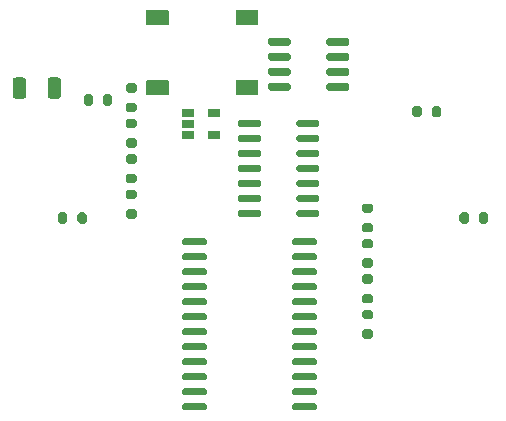
<source format=gtp>
G04 #@! TF.GenerationSoftware,KiCad,Pcbnew,5.1.10*
G04 #@! TF.CreationDate,2021-12-21T05:37:38-06:00*
G04 #@! TF.ProjectId,notawatch,6e6f7461-7761-4746-9368-2e6b69636164,rev?*
G04 #@! TF.SameCoordinates,Original*
G04 #@! TF.FileFunction,Paste,Top*
G04 #@! TF.FilePolarity,Positive*
%FSLAX46Y46*%
G04 Gerber Fmt 4.6, Leading zero omitted, Abs format (unit mm)*
G04 Created by KiCad (PCBNEW 5.1.10) date 2021-12-21 05:37:38*
%MOMM*%
%LPD*%
G01*
G04 APERTURE LIST*
%ADD10C,0.100000*%
%ADD11R,1.060000X0.650000*%
G04 APERTURE END LIST*
D10*
G36*
X152689755Y-91350961D02*
G01*
X152699134Y-91353806D01*
X152707779Y-91358427D01*
X152715355Y-91364645D01*
X152721573Y-91372221D01*
X152726194Y-91380866D01*
X152729039Y-91390245D01*
X152730000Y-91400000D01*
X152730000Y-92550000D01*
X152729039Y-92559755D01*
X152726194Y-92569134D01*
X152721573Y-92577779D01*
X152715355Y-92585355D01*
X152707779Y-92591573D01*
X152699134Y-92596194D01*
X152689755Y-92599039D01*
X152680000Y-92600000D01*
X150900000Y-92600000D01*
X150890245Y-92599039D01*
X150880866Y-92596194D01*
X150872221Y-92591573D01*
X150864645Y-92585355D01*
X150858427Y-92577779D01*
X150853806Y-92569134D01*
X150850961Y-92559755D01*
X150850000Y-92550000D01*
X150850000Y-91400000D01*
X150850961Y-91390245D01*
X150853806Y-91380866D01*
X150858427Y-91372221D01*
X150864645Y-91364645D01*
X150872221Y-91358427D01*
X150880866Y-91353806D01*
X150890245Y-91350961D01*
X150900000Y-91350000D01*
X152680000Y-91350000D01*
X152689755Y-91350961D01*
G37*
G36*
X152689755Y-85400961D02*
G01*
X152699134Y-85403806D01*
X152707779Y-85408427D01*
X152715355Y-85414645D01*
X152721573Y-85422221D01*
X152726194Y-85430866D01*
X152729039Y-85440245D01*
X152730000Y-85450000D01*
X152730000Y-86600000D01*
X152729039Y-86609755D01*
X152726194Y-86619134D01*
X152721573Y-86627779D01*
X152715355Y-86635355D01*
X152707779Y-86641573D01*
X152699134Y-86646194D01*
X152689755Y-86649039D01*
X152680000Y-86650000D01*
X150900000Y-86650000D01*
X150890245Y-86649039D01*
X150880866Y-86646194D01*
X150872221Y-86641573D01*
X150864645Y-86635355D01*
X150858427Y-86627779D01*
X150853806Y-86619134D01*
X150850961Y-86609755D01*
X150850000Y-86600000D01*
X150850000Y-85450000D01*
X150850961Y-85440245D01*
X150853806Y-85430866D01*
X150858427Y-85422221D01*
X150864645Y-85414645D01*
X150872221Y-85408427D01*
X150880866Y-85403806D01*
X150890245Y-85400961D01*
X150900000Y-85400000D01*
X152680000Y-85400000D01*
X152689755Y-85400961D01*
G37*
G36*
X145109755Y-91350961D02*
G01*
X145119134Y-91353806D01*
X145127779Y-91358427D01*
X145135355Y-91364645D01*
X145141573Y-91372221D01*
X145146194Y-91380866D01*
X145149039Y-91390245D01*
X145150000Y-91400000D01*
X145150000Y-92550000D01*
X145149039Y-92559755D01*
X145146194Y-92569134D01*
X145141573Y-92577779D01*
X145135355Y-92585355D01*
X145127779Y-92591573D01*
X145119134Y-92596194D01*
X145109755Y-92599039D01*
X145100000Y-92600000D01*
X143320000Y-92600000D01*
X143310245Y-92599039D01*
X143300866Y-92596194D01*
X143292221Y-92591573D01*
X143284645Y-92585355D01*
X143278427Y-92577779D01*
X143273806Y-92569134D01*
X143270961Y-92559755D01*
X143270000Y-92550000D01*
X143270000Y-91400000D01*
X143270961Y-91390245D01*
X143273806Y-91380866D01*
X143278427Y-91372221D01*
X143284645Y-91364645D01*
X143292221Y-91358427D01*
X143300866Y-91353806D01*
X143310245Y-91350961D01*
X143320000Y-91350000D01*
X145100000Y-91350000D01*
X145109755Y-91350961D01*
G37*
G36*
X145109755Y-85400961D02*
G01*
X145119134Y-85403806D01*
X145127779Y-85408427D01*
X145135355Y-85414645D01*
X145141573Y-85422221D01*
X145146194Y-85430866D01*
X145149039Y-85440245D01*
X145150000Y-85450000D01*
X145150000Y-86600000D01*
X145149039Y-86609755D01*
X145146194Y-86619134D01*
X145141573Y-86627779D01*
X145135355Y-86635355D01*
X145127779Y-86641573D01*
X145119134Y-86646194D01*
X145109755Y-86649039D01*
X145100000Y-86650000D01*
X143320000Y-86650000D01*
X143310245Y-86649039D01*
X143300866Y-86646194D01*
X143292221Y-86641573D01*
X143284645Y-86635355D01*
X143278427Y-86627779D01*
X143273806Y-86619134D01*
X143270961Y-86609755D01*
X143270000Y-86600000D01*
X143270000Y-85450000D01*
X143270961Y-85440245D01*
X143273806Y-85430866D01*
X143278427Y-85422221D01*
X143284645Y-85414645D01*
X143292221Y-85408427D01*
X143300866Y-85403806D01*
X143310245Y-85400961D01*
X143320000Y-85400000D01*
X145100000Y-85400000D01*
X145109755Y-85400961D01*
G37*
G36*
G01*
X131950000Y-92650001D02*
X131950000Y-91349999D01*
G75*
G02*
X132199999Y-91100000I249999J0D01*
G01*
X132850001Y-91100000D01*
G75*
G02*
X133100000Y-91349999I0J-249999D01*
G01*
X133100000Y-92650001D01*
G75*
G02*
X132850001Y-92900000I-249999J0D01*
G01*
X132199999Y-92900000D01*
G75*
G02*
X131950000Y-92650001I0J249999D01*
G01*
G37*
G36*
G01*
X134900000Y-92650001D02*
X134900000Y-91349999D01*
G75*
G02*
X135149999Y-91100000I249999J0D01*
G01*
X135800001Y-91100000D01*
G75*
G02*
X136050000Y-91349999I0J-249999D01*
G01*
X136050000Y-92650001D01*
G75*
G02*
X135800001Y-92900000I-249999J0D01*
G01*
X135149999Y-92900000D01*
G75*
G02*
X134900000Y-92650001I0J249999D01*
G01*
G37*
G36*
G01*
X155975000Y-95150000D02*
X155975000Y-94850000D01*
G75*
G02*
X156125000Y-94700000I150000J0D01*
G01*
X157775000Y-94700000D01*
G75*
G02*
X157925000Y-94850000I0J-150000D01*
G01*
X157925000Y-95150000D01*
G75*
G02*
X157775000Y-95300000I-150000J0D01*
G01*
X156125000Y-95300000D01*
G75*
G02*
X155975000Y-95150000I0J150000D01*
G01*
G37*
G36*
G01*
X155975000Y-96420000D02*
X155975000Y-96120000D01*
G75*
G02*
X156125000Y-95970000I150000J0D01*
G01*
X157775000Y-95970000D01*
G75*
G02*
X157925000Y-96120000I0J-150000D01*
G01*
X157925000Y-96420000D01*
G75*
G02*
X157775000Y-96570000I-150000J0D01*
G01*
X156125000Y-96570000D01*
G75*
G02*
X155975000Y-96420000I0J150000D01*
G01*
G37*
G36*
G01*
X155975000Y-97690000D02*
X155975000Y-97390000D01*
G75*
G02*
X156125000Y-97240000I150000J0D01*
G01*
X157775000Y-97240000D01*
G75*
G02*
X157925000Y-97390000I0J-150000D01*
G01*
X157925000Y-97690000D01*
G75*
G02*
X157775000Y-97840000I-150000J0D01*
G01*
X156125000Y-97840000D01*
G75*
G02*
X155975000Y-97690000I0J150000D01*
G01*
G37*
G36*
G01*
X155975000Y-98960000D02*
X155975000Y-98660000D01*
G75*
G02*
X156125000Y-98510000I150000J0D01*
G01*
X157775000Y-98510000D01*
G75*
G02*
X157925000Y-98660000I0J-150000D01*
G01*
X157925000Y-98960000D01*
G75*
G02*
X157775000Y-99110000I-150000J0D01*
G01*
X156125000Y-99110000D01*
G75*
G02*
X155975000Y-98960000I0J150000D01*
G01*
G37*
G36*
G01*
X155975000Y-100230000D02*
X155975000Y-99930000D01*
G75*
G02*
X156125000Y-99780000I150000J0D01*
G01*
X157775000Y-99780000D01*
G75*
G02*
X157925000Y-99930000I0J-150000D01*
G01*
X157925000Y-100230000D01*
G75*
G02*
X157775000Y-100380000I-150000J0D01*
G01*
X156125000Y-100380000D01*
G75*
G02*
X155975000Y-100230000I0J150000D01*
G01*
G37*
G36*
G01*
X155975000Y-101500000D02*
X155975000Y-101200000D01*
G75*
G02*
X156125000Y-101050000I150000J0D01*
G01*
X157775000Y-101050000D01*
G75*
G02*
X157925000Y-101200000I0J-150000D01*
G01*
X157925000Y-101500000D01*
G75*
G02*
X157775000Y-101650000I-150000J0D01*
G01*
X156125000Y-101650000D01*
G75*
G02*
X155975000Y-101500000I0J150000D01*
G01*
G37*
G36*
G01*
X155975000Y-102770000D02*
X155975000Y-102470000D01*
G75*
G02*
X156125000Y-102320000I150000J0D01*
G01*
X157775000Y-102320000D01*
G75*
G02*
X157925000Y-102470000I0J-150000D01*
G01*
X157925000Y-102770000D01*
G75*
G02*
X157775000Y-102920000I-150000J0D01*
G01*
X156125000Y-102920000D01*
G75*
G02*
X155975000Y-102770000I0J150000D01*
G01*
G37*
G36*
G01*
X151025000Y-102770000D02*
X151025000Y-102470000D01*
G75*
G02*
X151175000Y-102320000I150000J0D01*
G01*
X152825000Y-102320000D01*
G75*
G02*
X152975000Y-102470000I0J-150000D01*
G01*
X152975000Y-102770000D01*
G75*
G02*
X152825000Y-102920000I-150000J0D01*
G01*
X151175000Y-102920000D01*
G75*
G02*
X151025000Y-102770000I0J150000D01*
G01*
G37*
G36*
G01*
X151025000Y-101500000D02*
X151025000Y-101200000D01*
G75*
G02*
X151175000Y-101050000I150000J0D01*
G01*
X152825000Y-101050000D01*
G75*
G02*
X152975000Y-101200000I0J-150000D01*
G01*
X152975000Y-101500000D01*
G75*
G02*
X152825000Y-101650000I-150000J0D01*
G01*
X151175000Y-101650000D01*
G75*
G02*
X151025000Y-101500000I0J150000D01*
G01*
G37*
G36*
G01*
X151025000Y-100230000D02*
X151025000Y-99930000D01*
G75*
G02*
X151175000Y-99780000I150000J0D01*
G01*
X152825000Y-99780000D01*
G75*
G02*
X152975000Y-99930000I0J-150000D01*
G01*
X152975000Y-100230000D01*
G75*
G02*
X152825000Y-100380000I-150000J0D01*
G01*
X151175000Y-100380000D01*
G75*
G02*
X151025000Y-100230000I0J150000D01*
G01*
G37*
G36*
G01*
X151025000Y-98960000D02*
X151025000Y-98660000D01*
G75*
G02*
X151175000Y-98510000I150000J0D01*
G01*
X152825000Y-98510000D01*
G75*
G02*
X152975000Y-98660000I0J-150000D01*
G01*
X152975000Y-98960000D01*
G75*
G02*
X152825000Y-99110000I-150000J0D01*
G01*
X151175000Y-99110000D01*
G75*
G02*
X151025000Y-98960000I0J150000D01*
G01*
G37*
G36*
G01*
X151025000Y-97690000D02*
X151025000Y-97390000D01*
G75*
G02*
X151175000Y-97240000I150000J0D01*
G01*
X152825000Y-97240000D01*
G75*
G02*
X152975000Y-97390000I0J-150000D01*
G01*
X152975000Y-97690000D01*
G75*
G02*
X152825000Y-97840000I-150000J0D01*
G01*
X151175000Y-97840000D01*
G75*
G02*
X151025000Y-97690000I0J150000D01*
G01*
G37*
G36*
G01*
X151025000Y-96420000D02*
X151025000Y-96120000D01*
G75*
G02*
X151175000Y-95970000I150000J0D01*
G01*
X152825000Y-95970000D01*
G75*
G02*
X152975000Y-96120000I0J-150000D01*
G01*
X152975000Y-96420000D01*
G75*
G02*
X152825000Y-96570000I-150000J0D01*
G01*
X151175000Y-96570000D01*
G75*
G02*
X151025000Y-96420000I0J150000D01*
G01*
G37*
G36*
G01*
X151025000Y-95150000D02*
X151025000Y-94850000D01*
G75*
G02*
X151175000Y-94700000I150000J0D01*
G01*
X152825000Y-94700000D01*
G75*
G02*
X152975000Y-94850000I0J-150000D01*
G01*
X152975000Y-95150000D01*
G75*
G02*
X152825000Y-95300000I-150000J0D01*
G01*
X151175000Y-95300000D01*
G75*
G02*
X151025000Y-95150000I0J150000D01*
G01*
G37*
G36*
G01*
X155625000Y-105165000D02*
X155625000Y-104865000D01*
G75*
G02*
X155775000Y-104715000I150000J0D01*
G01*
X157525000Y-104715000D01*
G75*
G02*
X157675000Y-104865000I0J-150000D01*
G01*
X157675000Y-105165000D01*
G75*
G02*
X157525000Y-105315000I-150000J0D01*
G01*
X155775000Y-105315000D01*
G75*
G02*
X155625000Y-105165000I0J150000D01*
G01*
G37*
G36*
G01*
X155625000Y-106435000D02*
X155625000Y-106135000D01*
G75*
G02*
X155775000Y-105985000I150000J0D01*
G01*
X157525000Y-105985000D01*
G75*
G02*
X157675000Y-106135000I0J-150000D01*
G01*
X157675000Y-106435000D01*
G75*
G02*
X157525000Y-106585000I-150000J0D01*
G01*
X155775000Y-106585000D01*
G75*
G02*
X155625000Y-106435000I0J150000D01*
G01*
G37*
G36*
G01*
X155625000Y-107705000D02*
X155625000Y-107405000D01*
G75*
G02*
X155775000Y-107255000I150000J0D01*
G01*
X157525000Y-107255000D01*
G75*
G02*
X157675000Y-107405000I0J-150000D01*
G01*
X157675000Y-107705000D01*
G75*
G02*
X157525000Y-107855000I-150000J0D01*
G01*
X155775000Y-107855000D01*
G75*
G02*
X155625000Y-107705000I0J150000D01*
G01*
G37*
G36*
G01*
X155625000Y-108975000D02*
X155625000Y-108675000D01*
G75*
G02*
X155775000Y-108525000I150000J0D01*
G01*
X157525000Y-108525000D01*
G75*
G02*
X157675000Y-108675000I0J-150000D01*
G01*
X157675000Y-108975000D01*
G75*
G02*
X157525000Y-109125000I-150000J0D01*
G01*
X155775000Y-109125000D01*
G75*
G02*
X155625000Y-108975000I0J150000D01*
G01*
G37*
G36*
G01*
X155625000Y-110245000D02*
X155625000Y-109945000D01*
G75*
G02*
X155775000Y-109795000I150000J0D01*
G01*
X157525000Y-109795000D01*
G75*
G02*
X157675000Y-109945000I0J-150000D01*
G01*
X157675000Y-110245000D01*
G75*
G02*
X157525000Y-110395000I-150000J0D01*
G01*
X155775000Y-110395000D01*
G75*
G02*
X155625000Y-110245000I0J150000D01*
G01*
G37*
G36*
G01*
X155625000Y-111515000D02*
X155625000Y-111215000D01*
G75*
G02*
X155775000Y-111065000I150000J0D01*
G01*
X157525000Y-111065000D01*
G75*
G02*
X157675000Y-111215000I0J-150000D01*
G01*
X157675000Y-111515000D01*
G75*
G02*
X157525000Y-111665000I-150000J0D01*
G01*
X155775000Y-111665000D01*
G75*
G02*
X155625000Y-111515000I0J150000D01*
G01*
G37*
G36*
G01*
X155625000Y-112785000D02*
X155625000Y-112485000D01*
G75*
G02*
X155775000Y-112335000I150000J0D01*
G01*
X157525000Y-112335000D01*
G75*
G02*
X157675000Y-112485000I0J-150000D01*
G01*
X157675000Y-112785000D01*
G75*
G02*
X157525000Y-112935000I-150000J0D01*
G01*
X155775000Y-112935000D01*
G75*
G02*
X155625000Y-112785000I0J150000D01*
G01*
G37*
G36*
G01*
X155625000Y-114055000D02*
X155625000Y-113755000D01*
G75*
G02*
X155775000Y-113605000I150000J0D01*
G01*
X157525000Y-113605000D01*
G75*
G02*
X157675000Y-113755000I0J-150000D01*
G01*
X157675000Y-114055000D01*
G75*
G02*
X157525000Y-114205000I-150000J0D01*
G01*
X155775000Y-114205000D01*
G75*
G02*
X155625000Y-114055000I0J150000D01*
G01*
G37*
G36*
G01*
X155625000Y-115325000D02*
X155625000Y-115025000D01*
G75*
G02*
X155775000Y-114875000I150000J0D01*
G01*
X157525000Y-114875000D01*
G75*
G02*
X157675000Y-115025000I0J-150000D01*
G01*
X157675000Y-115325000D01*
G75*
G02*
X157525000Y-115475000I-150000J0D01*
G01*
X155775000Y-115475000D01*
G75*
G02*
X155625000Y-115325000I0J150000D01*
G01*
G37*
G36*
G01*
X155625000Y-116595000D02*
X155625000Y-116295000D01*
G75*
G02*
X155775000Y-116145000I150000J0D01*
G01*
X157525000Y-116145000D01*
G75*
G02*
X157675000Y-116295000I0J-150000D01*
G01*
X157675000Y-116595000D01*
G75*
G02*
X157525000Y-116745000I-150000J0D01*
G01*
X155775000Y-116745000D01*
G75*
G02*
X155625000Y-116595000I0J150000D01*
G01*
G37*
G36*
G01*
X155625000Y-117865000D02*
X155625000Y-117565000D01*
G75*
G02*
X155775000Y-117415000I150000J0D01*
G01*
X157525000Y-117415000D01*
G75*
G02*
X157675000Y-117565000I0J-150000D01*
G01*
X157675000Y-117865000D01*
G75*
G02*
X157525000Y-118015000I-150000J0D01*
G01*
X155775000Y-118015000D01*
G75*
G02*
X155625000Y-117865000I0J150000D01*
G01*
G37*
G36*
G01*
X155625000Y-119135000D02*
X155625000Y-118835000D01*
G75*
G02*
X155775000Y-118685000I150000J0D01*
G01*
X157525000Y-118685000D01*
G75*
G02*
X157675000Y-118835000I0J-150000D01*
G01*
X157675000Y-119135000D01*
G75*
G02*
X157525000Y-119285000I-150000J0D01*
G01*
X155775000Y-119285000D01*
G75*
G02*
X155625000Y-119135000I0J150000D01*
G01*
G37*
G36*
G01*
X146325000Y-119135000D02*
X146325000Y-118835000D01*
G75*
G02*
X146475000Y-118685000I150000J0D01*
G01*
X148225000Y-118685000D01*
G75*
G02*
X148375000Y-118835000I0J-150000D01*
G01*
X148375000Y-119135000D01*
G75*
G02*
X148225000Y-119285000I-150000J0D01*
G01*
X146475000Y-119285000D01*
G75*
G02*
X146325000Y-119135000I0J150000D01*
G01*
G37*
G36*
G01*
X146325000Y-117865000D02*
X146325000Y-117565000D01*
G75*
G02*
X146475000Y-117415000I150000J0D01*
G01*
X148225000Y-117415000D01*
G75*
G02*
X148375000Y-117565000I0J-150000D01*
G01*
X148375000Y-117865000D01*
G75*
G02*
X148225000Y-118015000I-150000J0D01*
G01*
X146475000Y-118015000D01*
G75*
G02*
X146325000Y-117865000I0J150000D01*
G01*
G37*
G36*
G01*
X146325000Y-116595000D02*
X146325000Y-116295000D01*
G75*
G02*
X146475000Y-116145000I150000J0D01*
G01*
X148225000Y-116145000D01*
G75*
G02*
X148375000Y-116295000I0J-150000D01*
G01*
X148375000Y-116595000D01*
G75*
G02*
X148225000Y-116745000I-150000J0D01*
G01*
X146475000Y-116745000D01*
G75*
G02*
X146325000Y-116595000I0J150000D01*
G01*
G37*
G36*
G01*
X146325000Y-115325000D02*
X146325000Y-115025000D01*
G75*
G02*
X146475000Y-114875000I150000J0D01*
G01*
X148225000Y-114875000D01*
G75*
G02*
X148375000Y-115025000I0J-150000D01*
G01*
X148375000Y-115325000D01*
G75*
G02*
X148225000Y-115475000I-150000J0D01*
G01*
X146475000Y-115475000D01*
G75*
G02*
X146325000Y-115325000I0J150000D01*
G01*
G37*
G36*
G01*
X146325000Y-114055000D02*
X146325000Y-113755000D01*
G75*
G02*
X146475000Y-113605000I150000J0D01*
G01*
X148225000Y-113605000D01*
G75*
G02*
X148375000Y-113755000I0J-150000D01*
G01*
X148375000Y-114055000D01*
G75*
G02*
X148225000Y-114205000I-150000J0D01*
G01*
X146475000Y-114205000D01*
G75*
G02*
X146325000Y-114055000I0J150000D01*
G01*
G37*
G36*
G01*
X146325000Y-112785000D02*
X146325000Y-112485000D01*
G75*
G02*
X146475000Y-112335000I150000J0D01*
G01*
X148225000Y-112335000D01*
G75*
G02*
X148375000Y-112485000I0J-150000D01*
G01*
X148375000Y-112785000D01*
G75*
G02*
X148225000Y-112935000I-150000J0D01*
G01*
X146475000Y-112935000D01*
G75*
G02*
X146325000Y-112785000I0J150000D01*
G01*
G37*
G36*
G01*
X146325000Y-111515000D02*
X146325000Y-111215000D01*
G75*
G02*
X146475000Y-111065000I150000J0D01*
G01*
X148225000Y-111065000D01*
G75*
G02*
X148375000Y-111215000I0J-150000D01*
G01*
X148375000Y-111515000D01*
G75*
G02*
X148225000Y-111665000I-150000J0D01*
G01*
X146475000Y-111665000D01*
G75*
G02*
X146325000Y-111515000I0J150000D01*
G01*
G37*
G36*
G01*
X146325000Y-110245000D02*
X146325000Y-109945000D01*
G75*
G02*
X146475000Y-109795000I150000J0D01*
G01*
X148225000Y-109795000D01*
G75*
G02*
X148375000Y-109945000I0J-150000D01*
G01*
X148375000Y-110245000D01*
G75*
G02*
X148225000Y-110395000I-150000J0D01*
G01*
X146475000Y-110395000D01*
G75*
G02*
X146325000Y-110245000I0J150000D01*
G01*
G37*
G36*
G01*
X146325000Y-108975000D02*
X146325000Y-108675000D01*
G75*
G02*
X146475000Y-108525000I150000J0D01*
G01*
X148225000Y-108525000D01*
G75*
G02*
X148375000Y-108675000I0J-150000D01*
G01*
X148375000Y-108975000D01*
G75*
G02*
X148225000Y-109125000I-150000J0D01*
G01*
X146475000Y-109125000D01*
G75*
G02*
X146325000Y-108975000I0J150000D01*
G01*
G37*
G36*
G01*
X146325000Y-107705000D02*
X146325000Y-107405000D01*
G75*
G02*
X146475000Y-107255000I150000J0D01*
G01*
X148225000Y-107255000D01*
G75*
G02*
X148375000Y-107405000I0J-150000D01*
G01*
X148375000Y-107705000D01*
G75*
G02*
X148225000Y-107855000I-150000J0D01*
G01*
X146475000Y-107855000D01*
G75*
G02*
X146325000Y-107705000I0J150000D01*
G01*
G37*
G36*
G01*
X146325000Y-106435000D02*
X146325000Y-106135000D01*
G75*
G02*
X146475000Y-105985000I150000J0D01*
G01*
X148225000Y-105985000D01*
G75*
G02*
X148375000Y-106135000I0J-150000D01*
G01*
X148375000Y-106435000D01*
G75*
G02*
X148225000Y-106585000I-150000J0D01*
G01*
X146475000Y-106585000D01*
G75*
G02*
X146325000Y-106435000I0J150000D01*
G01*
G37*
G36*
G01*
X146325000Y-105165000D02*
X146325000Y-104865000D01*
G75*
G02*
X146475000Y-104715000I150000J0D01*
G01*
X148225000Y-104715000D01*
G75*
G02*
X148375000Y-104865000I0J-150000D01*
G01*
X148375000Y-105165000D01*
G75*
G02*
X148225000Y-105315000I-150000J0D01*
G01*
X146475000Y-105315000D01*
G75*
G02*
X146325000Y-105165000I0J150000D01*
G01*
G37*
G36*
G01*
X160450000Y-91755000D02*
X160450000Y-92055000D01*
G75*
G02*
X160300000Y-92205000I-150000J0D01*
G01*
X158650000Y-92205000D01*
G75*
G02*
X158500000Y-92055000I0J150000D01*
G01*
X158500000Y-91755000D01*
G75*
G02*
X158650000Y-91605000I150000J0D01*
G01*
X160300000Y-91605000D01*
G75*
G02*
X160450000Y-91755000I0J-150000D01*
G01*
G37*
G36*
G01*
X160450000Y-90485000D02*
X160450000Y-90785000D01*
G75*
G02*
X160300000Y-90935000I-150000J0D01*
G01*
X158650000Y-90935000D01*
G75*
G02*
X158500000Y-90785000I0J150000D01*
G01*
X158500000Y-90485000D01*
G75*
G02*
X158650000Y-90335000I150000J0D01*
G01*
X160300000Y-90335000D01*
G75*
G02*
X160450000Y-90485000I0J-150000D01*
G01*
G37*
G36*
G01*
X160450000Y-89215000D02*
X160450000Y-89515000D01*
G75*
G02*
X160300000Y-89665000I-150000J0D01*
G01*
X158650000Y-89665000D01*
G75*
G02*
X158500000Y-89515000I0J150000D01*
G01*
X158500000Y-89215000D01*
G75*
G02*
X158650000Y-89065000I150000J0D01*
G01*
X160300000Y-89065000D01*
G75*
G02*
X160450000Y-89215000I0J-150000D01*
G01*
G37*
G36*
G01*
X160450000Y-87945000D02*
X160450000Y-88245000D01*
G75*
G02*
X160300000Y-88395000I-150000J0D01*
G01*
X158650000Y-88395000D01*
G75*
G02*
X158500000Y-88245000I0J150000D01*
G01*
X158500000Y-87945000D01*
G75*
G02*
X158650000Y-87795000I150000J0D01*
G01*
X160300000Y-87795000D01*
G75*
G02*
X160450000Y-87945000I0J-150000D01*
G01*
G37*
G36*
G01*
X155500000Y-87945000D02*
X155500000Y-88245000D01*
G75*
G02*
X155350000Y-88395000I-150000J0D01*
G01*
X153700000Y-88395000D01*
G75*
G02*
X153550000Y-88245000I0J150000D01*
G01*
X153550000Y-87945000D01*
G75*
G02*
X153700000Y-87795000I150000J0D01*
G01*
X155350000Y-87795000D01*
G75*
G02*
X155500000Y-87945000I0J-150000D01*
G01*
G37*
G36*
G01*
X155500000Y-89215000D02*
X155500000Y-89515000D01*
G75*
G02*
X155350000Y-89665000I-150000J0D01*
G01*
X153700000Y-89665000D01*
G75*
G02*
X153550000Y-89515000I0J150000D01*
G01*
X153550000Y-89215000D01*
G75*
G02*
X153700000Y-89065000I150000J0D01*
G01*
X155350000Y-89065000D01*
G75*
G02*
X155500000Y-89215000I0J-150000D01*
G01*
G37*
G36*
G01*
X155500000Y-90485000D02*
X155500000Y-90785000D01*
G75*
G02*
X155350000Y-90935000I-150000J0D01*
G01*
X153700000Y-90935000D01*
G75*
G02*
X153550000Y-90785000I0J150000D01*
G01*
X153550000Y-90485000D01*
G75*
G02*
X153700000Y-90335000I150000J0D01*
G01*
X155350000Y-90335000D01*
G75*
G02*
X155500000Y-90485000I0J-150000D01*
G01*
G37*
G36*
G01*
X155500000Y-91755000D02*
X155500000Y-92055000D01*
G75*
G02*
X155350000Y-92205000I-150000J0D01*
G01*
X153700000Y-92205000D01*
G75*
G02*
X153550000Y-92055000I0J150000D01*
G01*
X153550000Y-91755000D01*
G75*
G02*
X153700000Y-91605000I150000J0D01*
G01*
X155350000Y-91605000D01*
G75*
G02*
X155500000Y-91755000I0J-150000D01*
G01*
G37*
D11*
X146800000Y-94100000D03*
X146800000Y-95050000D03*
X146800000Y-96000000D03*
X149000000Y-96000000D03*
X149000000Y-94100000D03*
G36*
G01*
X135775000Y-103275000D02*
X135775000Y-102725000D01*
G75*
G02*
X135975000Y-102525000I200000J0D01*
G01*
X136375000Y-102525000D01*
G75*
G02*
X136575000Y-102725000I0J-200000D01*
G01*
X136575000Y-103275000D01*
G75*
G02*
X136375000Y-103475000I-200000J0D01*
G01*
X135975000Y-103475000D01*
G75*
G02*
X135775000Y-103275000I0J200000D01*
G01*
G37*
G36*
G01*
X137425000Y-103275000D02*
X137425000Y-102725000D01*
G75*
G02*
X137625000Y-102525000I200000J0D01*
G01*
X138025000Y-102525000D01*
G75*
G02*
X138225000Y-102725000I0J-200000D01*
G01*
X138225000Y-103275000D01*
G75*
G02*
X138025000Y-103475000I-200000J0D01*
G01*
X137625000Y-103475000D01*
G75*
G02*
X137425000Y-103275000I0J200000D01*
G01*
G37*
G36*
G01*
X137950000Y-93275000D02*
X137950000Y-92725000D01*
G75*
G02*
X138150000Y-92525000I200000J0D01*
G01*
X138550000Y-92525000D01*
G75*
G02*
X138750000Y-92725000I0J-200000D01*
G01*
X138750000Y-93275000D01*
G75*
G02*
X138550000Y-93475000I-200000J0D01*
G01*
X138150000Y-93475000D01*
G75*
G02*
X137950000Y-93275000I0J200000D01*
G01*
G37*
G36*
G01*
X139600000Y-93275000D02*
X139600000Y-92725000D01*
G75*
G02*
X139800000Y-92525000I200000J0D01*
G01*
X140200000Y-92525000D01*
G75*
G02*
X140400000Y-92725000I0J-200000D01*
G01*
X140400000Y-93275000D01*
G75*
G02*
X140200000Y-93475000I-200000J0D01*
G01*
X139800000Y-93475000D01*
G75*
G02*
X139600000Y-93275000I0J200000D01*
G01*
G37*
G36*
G01*
X166575000Y-93725000D02*
X166575000Y-94275000D01*
G75*
G02*
X166375000Y-94475000I-200000J0D01*
G01*
X165975000Y-94475000D01*
G75*
G02*
X165775000Y-94275000I0J200000D01*
G01*
X165775000Y-93725000D01*
G75*
G02*
X165975000Y-93525000I200000J0D01*
G01*
X166375000Y-93525000D01*
G75*
G02*
X166575000Y-93725000I0J-200000D01*
G01*
G37*
G36*
G01*
X168225000Y-93725000D02*
X168225000Y-94275000D01*
G75*
G02*
X168025000Y-94475000I-200000J0D01*
G01*
X167625000Y-94475000D01*
G75*
G02*
X167425000Y-94275000I0J200000D01*
G01*
X167425000Y-93725000D01*
G75*
G02*
X167625000Y-93525000I200000J0D01*
G01*
X168025000Y-93525000D01*
G75*
G02*
X168225000Y-93725000I0J-200000D01*
G01*
G37*
G36*
G01*
X170575000Y-102725000D02*
X170575000Y-103275000D01*
G75*
G02*
X170375000Y-103475000I-200000J0D01*
G01*
X169975000Y-103475000D01*
G75*
G02*
X169775000Y-103275000I0J200000D01*
G01*
X169775000Y-102725000D01*
G75*
G02*
X169975000Y-102525000I200000J0D01*
G01*
X170375000Y-102525000D01*
G75*
G02*
X170575000Y-102725000I0J-200000D01*
G01*
G37*
G36*
G01*
X172225000Y-102725000D02*
X172225000Y-103275000D01*
G75*
G02*
X172025000Y-103475000I-200000J0D01*
G01*
X171625000Y-103475000D01*
G75*
G02*
X171425000Y-103275000I0J200000D01*
G01*
X171425000Y-102725000D01*
G75*
G02*
X171625000Y-102525000I200000J0D01*
G01*
X172025000Y-102525000D01*
G75*
G02*
X172225000Y-102725000I0J-200000D01*
G01*
G37*
G36*
G01*
X141725000Y-94600000D02*
X142275000Y-94600000D01*
G75*
G02*
X142475000Y-94800000I0J-200000D01*
G01*
X142475000Y-95200000D01*
G75*
G02*
X142275000Y-95400000I-200000J0D01*
G01*
X141725000Y-95400000D01*
G75*
G02*
X141525000Y-95200000I0J200000D01*
G01*
X141525000Y-94800000D01*
G75*
G02*
X141725000Y-94600000I200000J0D01*
G01*
G37*
G36*
G01*
X141725000Y-96250000D02*
X142275000Y-96250000D01*
G75*
G02*
X142475000Y-96450000I0J-200000D01*
G01*
X142475000Y-96850000D01*
G75*
G02*
X142275000Y-97050000I-200000J0D01*
G01*
X141725000Y-97050000D01*
G75*
G02*
X141525000Y-96850000I0J200000D01*
G01*
X141525000Y-96450000D01*
G75*
G02*
X141725000Y-96250000I200000J0D01*
G01*
G37*
G36*
G01*
X141725000Y-100600000D02*
X142275000Y-100600000D01*
G75*
G02*
X142475000Y-100800000I0J-200000D01*
G01*
X142475000Y-101200000D01*
G75*
G02*
X142275000Y-101400000I-200000J0D01*
G01*
X141725000Y-101400000D01*
G75*
G02*
X141525000Y-101200000I0J200000D01*
G01*
X141525000Y-100800000D01*
G75*
G02*
X141725000Y-100600000I200000J0D01*
G01*
G37*
G36*
G01*
X141725000Y-102250000D02*
X142275000Y-102250000D01*
G75*
G02*
X142475000Y-102450000I0J-200000D01*
G01*
X142475000Y-102850000D01*
G75*
G02*
X142275000Y-103050000I-200000J0D01*
G01*
X141725000Y-103050000D01*
G75*
G02*
X141525000Y-102850000I0J200000D01*
G01*
X141525000Y-102450000D01*
G75*
G02*
X141725000Y-102250000I200000J0D01*
G01*
G37*
G36*
G01*
X141725000Y-93250000D02*
X142275000Y-93250000D01*
G75*
G02*
X142475000Y-93450000I0J-200000D01*
G01*
X142475000Y-93850000D01*
G75*
G02*
X142275000Y-94050000I-200000J0D01*
G01*
X141725000Y-94050000D01*
G75*
G02*
X141525000Y-93850000I0J200000D01*
G01*
X141525000Y-93450000D01*
G75*
G02*
X141725000Y-93250000I200000J0D01*
G01*
G37*
G36*
G01*
X141725000Y-91600000D02*
X142275000Y-91600000D01*
G75*
G02*
X142475000Y-91800000I0J-200000D01*
G01*
X142475000Y-92200000D01*
G75*
G02*
X142275000Y-92400000I-200000J0D01*
G01*
X141725000Y-92400000D01*
G75*
G02*
X141525000Y-92200000I0J200000D01*
G01*
X141525000Y-91800000D01*
G75*
G02*
X141725000Y-91600000I200000J0D01*
G01*
G37*
G36*
G01*
X141725000Y-99250000D02*
X142275000Y-99250000D01*
G75*
G02*
X142475000Y-99450000I0J-200000D01*
G01*
X142475000Y-99850000D01*
G75*
G02*
X142275000Y-100050000I-200000J0D01*
G01*
X141725000Y-100050000D01*
G75*
G02*
X141525000Y-99850000I0J200000D01*
G01*
X141525000Y-99450000D01*
G75*
G02*
X141725000Y-99250000I200000J0D01*
G01*
G37*
G36*
G01*
X141725000Y-97600000D02*
X142275000Y-97600000D01*
G75*
G02*
X142475000Y-97800000I0J-200000D01*
G01*
X142475000Y-98200000D01*
G75*
G02*
X142275000Y-98400000I-200000J0D01*
G01*
X141725000Y-98400000D01*
G75*
G02*
X141525000Y-98200000I0J200000D01*
G01*
X141525000Y-97800000D01*
G75*
G02*
X141725000Y-97600000I200000J0D01*
G01*
G37*
G36*
G01*
X161725000Y-106425000D02*
X162275000Y-106425000D01*
G75*
G02*
X162475000Y-106625000I0J-200000D01*
G01*
X162475000Y-107025000D01*
G75*
G02*
X162275000Y-107225000I-200000J0D01*
G01*
X161725000Y-107225000D01*
G75*
G02*
X161525000Y-107025000I0J200000D01*
G01*
X161525000Y-106625000D01*
G75*
G02*
X161725000Y-106425000I200000J0D01*
G01*
G37*
G36*
G01*
X161725000Y-104775000D02*
X162275000Y-104775000D01*
G75*
G02*
X162475000Y-104975000I0J-200000D01*
G01*
X162475000Y-105375000D01*
G75*
G02*
X162275000Y-105575000I-200000J0D01*
G01*
X161725000Y-105575000D01*
G75*
G02*
X161525000Y-105375000I0J200000D01*
G01*
X161525000Y-104975000D01*
G75*
G02*
X161725000Y-104775000I200000J0D01*
G01*
G37*
G36*
G01*
X161725000Y-112425000D02*
X162275000Y-112425000D01*
G75*
G02*
X162475000Y-112625000I0J-200000D01*
G01*
X162475000Y-113025000D01*
G75*
G02*
X162275000Y-113225000I-200000J0D01*
G01*
X161725000Y-113225000D01*
G75*
G02*
X161525000Y-113025000I0J200000D01*
G01*
X161525000Y-112625000D01*
G75*
G02*
X161725000Y-112425000I200000J0D01*
G01*
G37*
G36*
G01*
X161725000Y-110775000D02*
X162275000Y-110775000D01*
G75*
G02*
X162475000Y-110975000I0J-200000D01*
G01*
X162475000Y-111375000D01*
G75*
G02*
X162275000Y-111575000I-200000J0D01*
G01*
X161725000Y-111575000D01*
G75*
G02*
X161525000Y-111375000I0J200000D01*
G01*
X161525000Y-110975000D01*
G75*
G02*
X161725000Y-110775000I200000J0D01*
G01*
G37*
G36*
G01*
X162275000Y-104225000D02*
X161725000Y-104225000D01*
G75*
G02*
X161525000Y-104025000I0J200000D01*
G01*
X161525000Y-103625000D01*
G75*
G02*
X161725000Y-103425000I200000J0D01*
G01*
X162275000Y-103425000D01*
G75*
G02*
X162475000Y-103625000I0J-200000D01*
G01*
X162475000Y-104025000D01*
G75*
G02*
X162275000Y-104225000I-200000J0D01*
G01*
G37*
G36*
G01*
X162275000Y-102575000D02*
X161725000Y-102575000D01*
G75*
G02*
X161525000Y-102375000I0J200000D01*
G01*
X161525000Y-101975000D01*
G75*
G02*
X161725000Y-101775000I200000J0D01*
G01*
X162275000Y-101775000D01*
G75*
G02*
X162475000Y-101975000I0J-200000D01*
G01*
X162475000Y-102375000D01*
G75*
G02*
X162275000Y-102575000I-200000J0D01*
G01*
G37*
G36*
G01*
X161725000Y-107775000D02*
X162275000Y-107775000D01*
G75*
G02*
X162475000Y-107975000I0J-200000D01*
G01*
X162475000Y-108375000D01*
G75*
G02*
X162275000Y-108575000I-200000J0D01*
G01*
X161725000Y-108575000D01*
G75*
G02*
X161525000Y-108375000I0J200000D01*
G01*
X161525000Y-107975000D01*
G75*
G02*
X161725000Y-107775000I200000J0D01*
G01*
G37*
G36*
G01*
X161725000Y-109425000D02*
X162275000Y-109425000D01*
G75*
G02*
X162475000Y-109625000I0J-200000D01*
G01*
X162475000Y-110025000D01*
G75*
G02*
X162275000Y-110225000I-200000J0D01*
G01*
X161725000Y-110225000D01*
G75*
G02*
X161525000Y-110025000I0J200000D01*
G01*
X161525000Y-109625000D01*
G75*
G02*
X161725000Y-109425000I200000J0D01*
G01*
G37*
M02*

</source>
